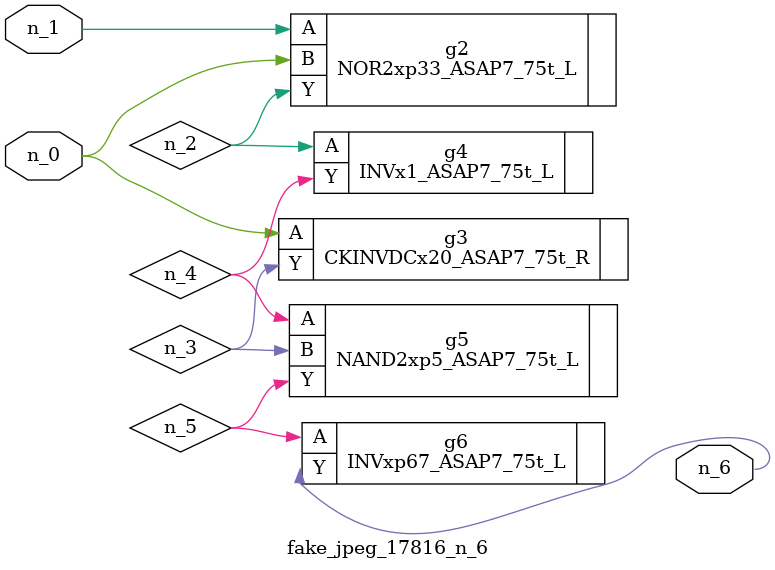
<source format=v>
module fake_jpeg_17816_n_6 (n_0, n_1, n_6);

input n_0;
input n_1;

output n_6;

wire n_3;
wire n_2;
wire n_4;
wire n_5;

NOR2xp33_ASAP7_75t_L g2 ( 
.A(n_1),
.B(n_0),
.Y(n_2)
);

CKINVDCx20_ASAP7_75t_R g3 ( 
.A(n_0),
.Y(n_3)
);

INVx1_ASAP7_75t_L g4 ( 
.A(n_2),
.Y(n_4)
);

NAND2xp5_ASAP7_75t_L g5 ( 
.A(n_4),
.B(n_3),
.Y(n_5)
);

INVxp67_ASAP7_75t_L g6 ( 
.A(n_5),
.Y(n_6)
);


endmodule
</source>
